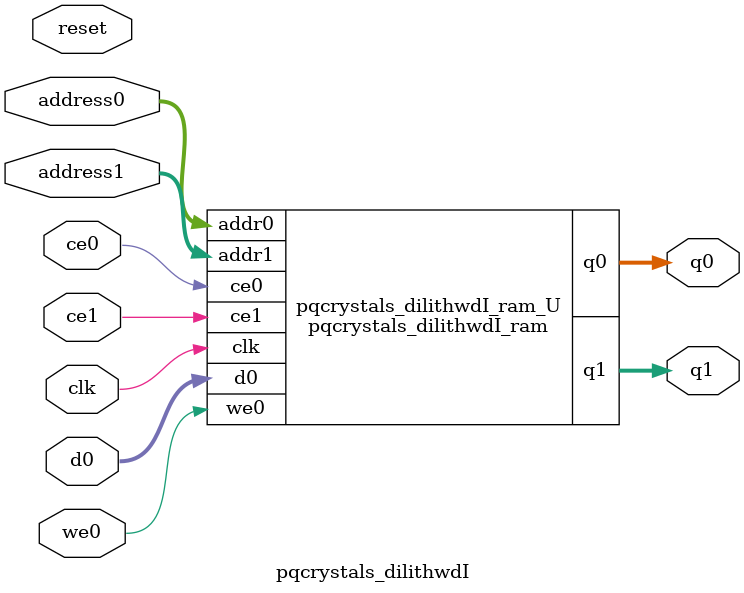
<source format=v>
`timescale 1 ns / 1 ps
module pqcrystals_dilithwdI_ram (addr0, ce0, d0, we0, q0, addr1, ce1, q1,  clk);

parameter DWIDTH = 32;
parameter AWIDTH = 10;
parameter MEM_SIZE = 1024;

input[AWIDTH-1:0] addr0;
input ce0;
input[DWIDTH-1:0] d0;
input we0;
output reg[DWIDTH-1:0] q0;
input[AWIDTH-1:0] addr1;
input ce1;
output reg[DWIDTH-1:0] q1;
input clk;

(* ram_style = "block" *)reg [DWIDTH-1:0] ram[0:MEM_SIZE-1];




always @(posedge clk)  
begin 
    if (ce0) begin
        if (we0) 
            ram[addr0] <= d0; 
        q0 <= ram[addr0];
    end
end


always @(posedge clk)  
begin 
    if (ce1) begin
        q1 <= ram[addr1];
    end
end


endmodule

`timescale 1 ns / 1 ps
module pqcrystals_dilithwdI(
    reset,
    clk,
    address0,
    ce0,
    we0,
    d0,
    q0,
    address1,
    ce1,
    q1);

parameter DataWidth = 32'd32;
parameter AddressRange = 32'd1024;
parameter AddressWidth = 32'd10;
input reset;
input clk;
input[AddressWidth - 1:0] address0;
input ce0;
input we0;
input[DataWidth - 1:0] d0;
output[DataWidth - 1:0] q0;
input[AddressWidth - 1:0] address1;
input ce1;
output[DataWidth - 1:0] q1;



pqcrystals_dilithwdI_ram pqcrystals_dilithwdI_ram_U(
    .clk( clk ),
    .addr0( address0 ),
    .ce0( ce0 ),
    .we0( we0 ),
    .d0( d0 ),
    .q0( q0 ),
    .addr1( address1 ),
    .ce1( ce1 ),
    .q1( q1 ));

endmodule


</source>
